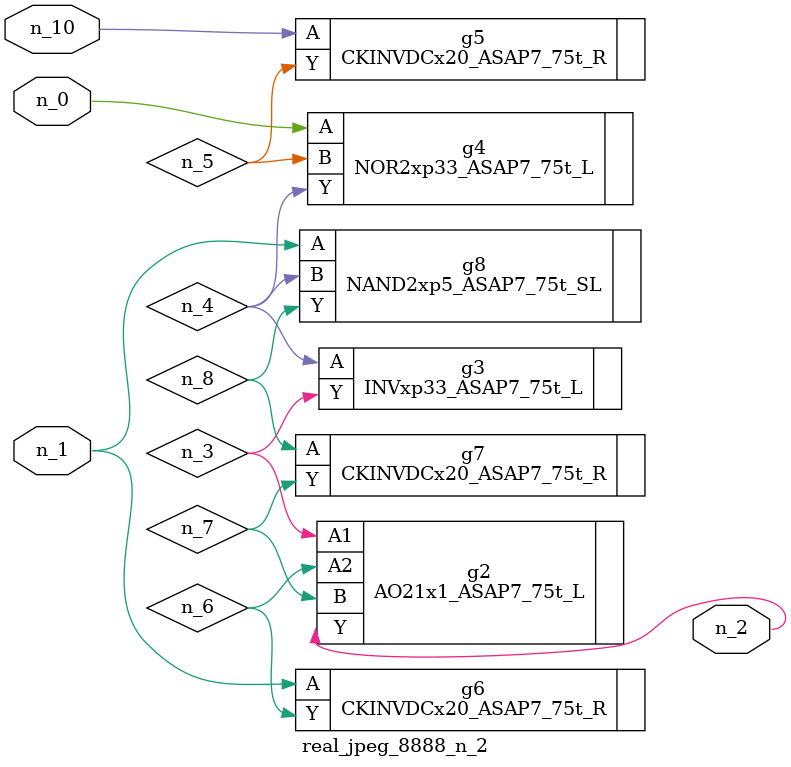
<source format=v>
module real_jpeg_8888_n_2 (n_1, n_10, n_0, n_2);

input n_1;
input n_10;
input n_0;

output n_2;

wire n_5;
wire n_4;
wire n_8;
wire n_6;
wire n_7;
wire n_3;

NOR2xp33_ASAP7_75t_L g4 ( 
.A(n_0),
.B(n_5),
.Y(n_4)
);

CKINVDCx20_ASAP7_75t_R g6 ( 
.A(n_1),
.Y(n_6)
);

NAND2xp5_ASAP7_75t_SL g8 ( 
.A(n_1),
.B(n_4),
.Y(n_8)
);

AO21x1_ASAP7_75t_L g2 ( 
.A1(n_3),
.A2(n_6),
.B(n_7),
.Y(n_2)
);

INVxp33_ASAP7_75t_L g3 ( 
.A(n_4),
.Y(n_3)
);

CKINVDCx20_ASAP7_75t_R g7 ( 
.A(n_8),
.Y(n_7)
);

CKINVDCx20_ASAP7_75t_R g5 ( 
.A(n_10),
.Y(n_5)
);


endmodule
</source>
